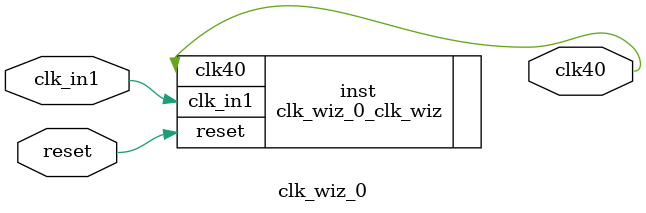
<source format=v>


`timescale 1ps/1ps

(* CORE_GENERATION_INFO = "clk_wiz_0,clk_wiz_v6_0_13_0_0,{component_name=clk_wiz_0,use_phase_alignment=true,use_min_o_jitter=false,use_max_i_jitter=false,use_dyn_phase_shift=false,use_inclk_switchover=false,use_dyn_reconfig=false,enable_axi=0,feedback_source=FDBK_AUTO,PRIMITIVE=PLL,num_out_clk=1,clkin1_period=10.000,clkin2_period=10.000,use_power_down=false,use_reset=true,use_locked=false,use_inclk_stopped=false,feedback_type=SINGLE,CLOCK_MGR_TYPE=NA,manual_override=false}" *)

module clk_wiz_0 
 (
  // Clock out ports
  output        clk40,
  // Status and control signals
  input         reset,
 // Clock in ports
  input         clk_in1
 );

  clk_wiz_0_clk_wiz inst
  (
  // Clock out ports  
  .clk40(clk40),
  // Status and control signals               
  .reset(reset), 
 // Clock in ports
  .clk_in1(clk_in1)
  );

endmodule

</source>
